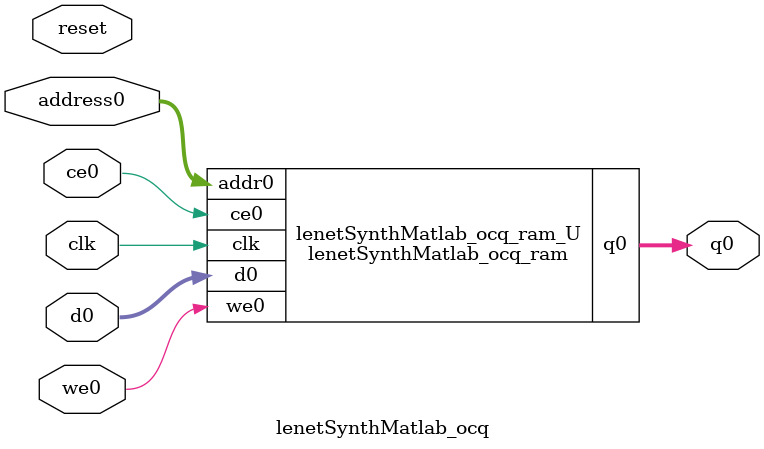
<source format=v>

`timescale 1 ns / 1 ps
module lenetSynthMatlab_ocq_ram (addr0, ce0, d0, we0, q0,  clk);

parameter DWIDTH = 32;
parameter AWIDTH = 7;
parameter MEM_SIZE = 80;

input[AWIDTH-1:0] addr0;
input ce0;
input[DWIDTH-1:0] d0;
input we0;
output reg[DWIDTH-1:0] q0;
input clk;

(* ram_style = "block" *)reg [DWIDTH-1:0] ram[0:MEM_SIZE-1];




always @(posedge clk)  
begin 
    if (ce0) 
    begin
        if (we0) 
        begin 
            ram[addr0] <= d0; 
            q0 <= d0;
        end 
        else 
            q0 <= ram[addr0];
    end
end


endmodule


`timescale 1 ns / 1 ps
module lenetSynthMatlab_ocq(
    reset,
    clk,
    address0,
    ce0,
    we0,
    d0,
    q0);

parameter DataWidth = 32'd32;
parameter AddressRange = 32'd80;
parameter AddressWidth = 32'd7;
input reset;
input clk;
input[AddressWidth - 1:0] address0;
input ce0;
input we0;
input[DataWidth - 1:0] d0;
output[DataWidth - 1:0] q0;



lenetSynthMatlab_ocq_ram lenetSynthMatlab_ocq_ram_U(
    .clk( clk ),
    .addr0( address0 ),
    .ce0( ce0 ),
    .we0( we0 ),
    .d0( d0 ),
    .q0( q0 ));

endmodule


</source>
